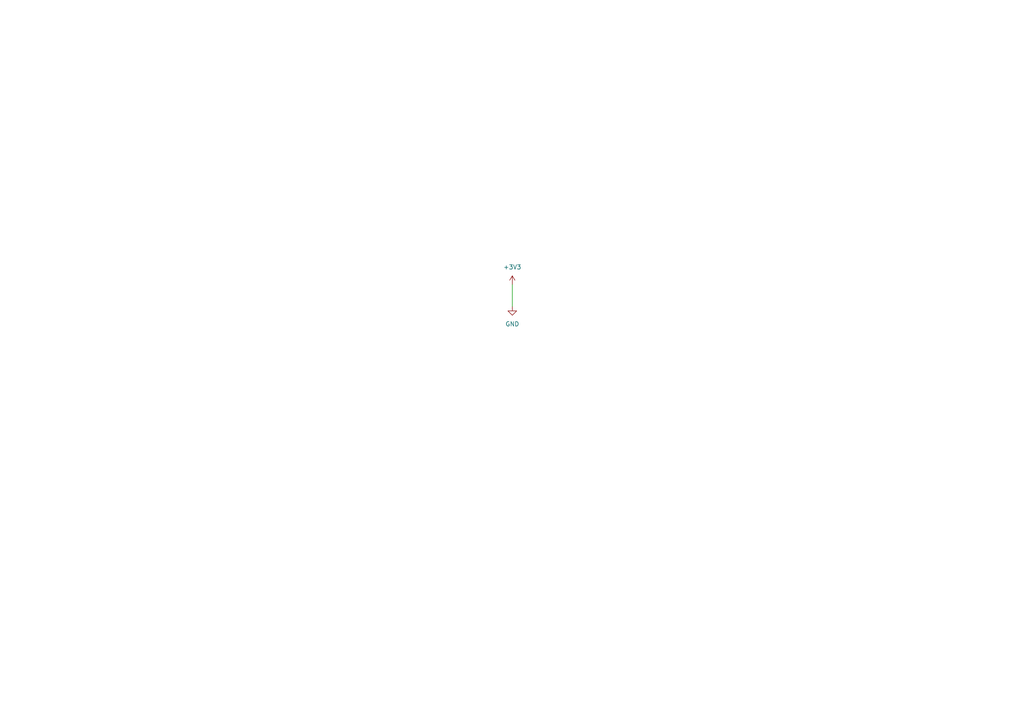
<source format=kicad_sch>
(kicad_sch (version 20210621) (generator eeschema)
  (paper "A4")
  (lib_symbols
    (symbol "power:+3.3V" (power) (pin_names (offset 0))
      (property "Value" "+3.3V" (at 0 3.556 0))
      (symbol "+3.3V_0_1"
        (polyline (pts (xy -0.762 1.27) (xy 0 2.54)))
        (polyline (pts (xy 0 0) (xy 0 2.54)))
        (polyline (pts (xy 0 2.54) (xy 0.762 1.27)))
      )
      (symbol "+3.3V_1_1"
        (pin power_in line (at 0 0 90) (length 0) hide (name "+3V3") (number "1"))
      )
    )
    (symbol "power:GND" (power) (pin_names (offset 0))
      (property "Value" "GND" (at 0 -3.81 0))
      (symbol "GND_0_1"
        (polyline (pts (xy 0 0) (xy 0 -1.27) (xy 1.27 -1.27) (xy 0 -2.54) (xy -1.27 -1.27) (xy 0 -1.27)))
      )
      (symbol "GND_1_1"
        (pin power_in line (at 0 0 270) (length 0) hide (name "GND") (number "1"))
      )
    )
  )
  (wire (pts (xy 148.59 82.55) (xy 148.59 88.9)))
  (symbol (lib_id "power:+3.3V") (at 148.59 82.55 0) (unit 1)
    (property "Reference" "#PWR?" (effects hide))
    (property "Value" "+3.3V" (at 148.59 77.47 0))
  )
  (symbol (lib_id "power:GND") (at 148.59 88.9 0) (unit 1)
    (property "Reference" "#PWR0101" (effects hide))
    (property "Value" "GND" (at 148.59 93.98 0))
  )
)
</source>
